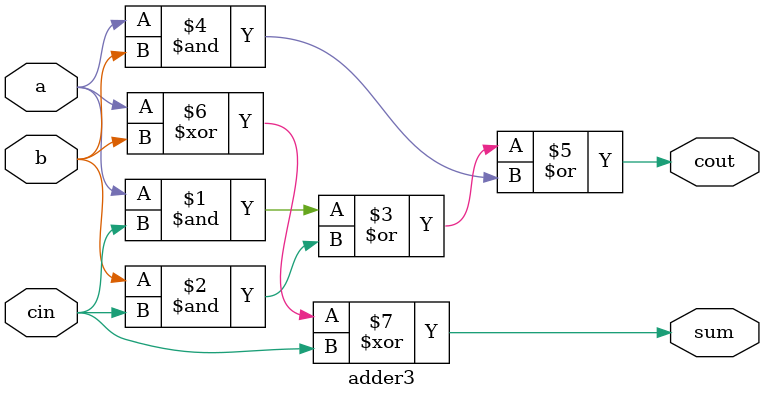
<source format=v>
module top_module( 
    input [2:0] a, b,
    input cin,
    output [2:0] cout,
    output [2:0] sum );
	
    adder3 inst0(a[0], b[0], cin, cout[0], sum[0]);
    adder3 inst1(a[1], b[1], cout[0], cout[1], sum[1]);
    adder3 inst2(a[2], b[2], cout[1], cout[2], sum[2]);
    
 
endmodule

module adder3(
    input a, b, cin,
    output cout, sum );
    assign cout = a&cin | b & cin | a&b;
    assign sum = a ^ b ^ cin;
    
endmodule
</source>
